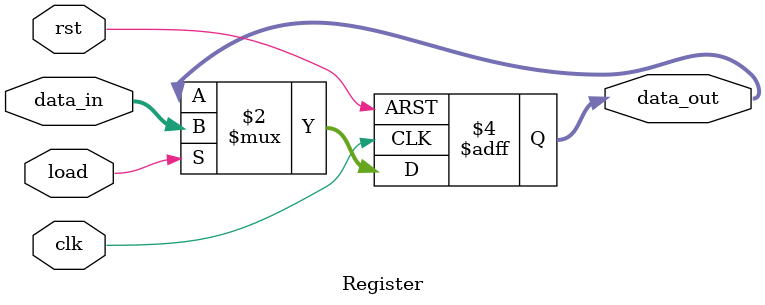
<source format=v>
module Register #(parameter WIDTH = 8)(
    input clk,
    input rst,
    input load,
    input [WIDTH-1:0] data_in,
    output reg [WIDTH-1:0] data_out
);
    always @(posedge clk or posedge rst) begin
        if (rst) begin
            data_out <= 0;
        end else if (load) begin
            data_out <= data_in;
        end
    end
  endmodule
</source>
